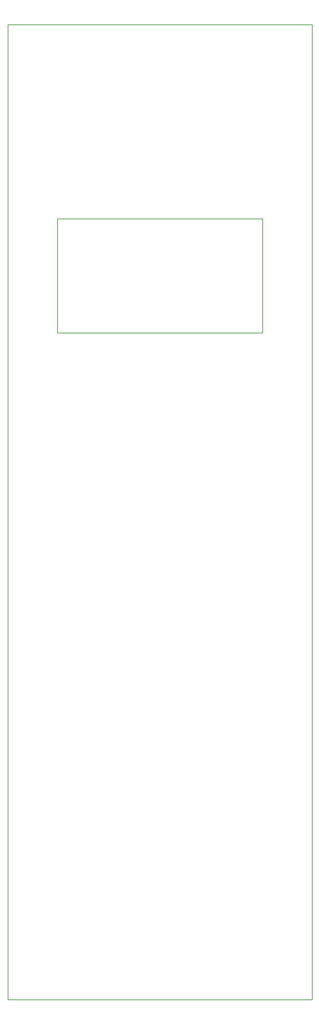
<source format=gm1>
G04 #@! TF.GenerationSoftware,KiCad,Pcbnew,(5.1.9)-1*
G04 #@! TF.CreationDate,2021-04-12T22:44:31+02:00*
G04 #@! TF.ProjectId,KicadJE_Face,4b696361-644a-4455-9f46-6163652e6b69,rev?*
G04 #@! TF.SameCoordinates,Original*
G04 #@! TF.FileFunction,Profile,NP*
%FSLAX46Y46*%
G04 Gerber Fmt 4.6, Leading zero omitted, Abs format (unit mm)*
G04 Created by KiCad (PCBNEW (5.1.9)-1) date 2021-04-12 22:44:31*
%MOMM*%
%LPD*%
G01*
G04 APERTURE LIST*
G04 #@! TA.AperFunction,Profile*
%ADD10C,0.050000*%
G04 #@! TD*
G04 APERTURE END LIST*
D10*
X199500000Y-76500000D02*
X199500000Y-61500000D01*
X226500000Y-76500000D02*
X199500000Y-76500000D01*
X226500000Y-61500000D02*
X226500000Y-76500000D01*
X199500000Y-61500000D02*
X226500000Y-61500000D01*
X233000000Y-36000000D02*
X233000000Y-164000000D01*
X193000000Y-36000000D02*
X233000000Y-36000000D01*
X233000000Y-164000000D02*
X193000000Y-164000000D01*
X193000000Y-164000000D02*
X193000000Y-36000000D01*
M02*

</source>
